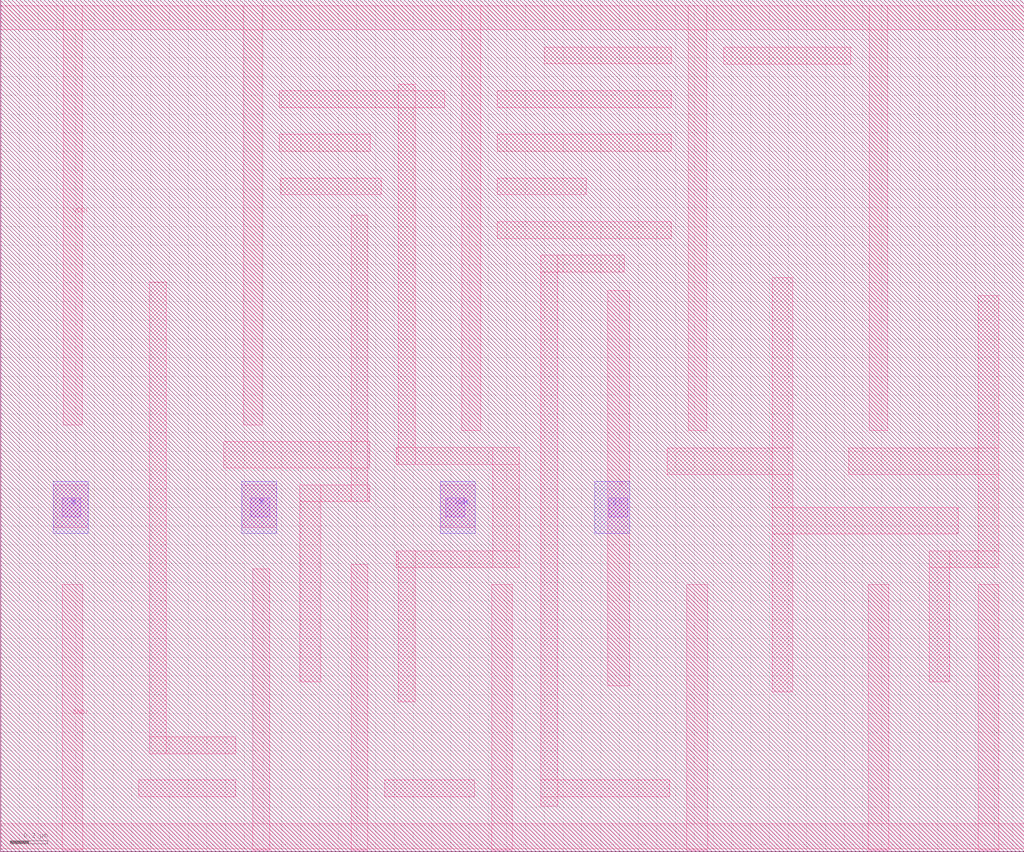
<source format=lef>
NAMESCASESENSITIVE ON ;
BUSBITCHARS "[]" ;

UNITS
  DATABASE MICRONS 1000 ;
END UNITS

MANUFACTURINGGRID 0.001 ;

DIVIDERCHAR "/" ;

LAYER M1
  TYPE ROUTING ;
  DIRECTION HORIZONTAL ;
  PITCH 0.26 0.26 ;
  WIDTH 0.14 ;
  AREA 0.042 ;
  SPACING 0.09 ;
  SPACING 0.19 RANGE 1.76 4 ;
  SPACING 0.29 RANGE 4 8 ;
  SPACING 1.05 RANGE 8 25 ;
  SPACING 1.85 RANGE 25 100000 ;
END M1

LAYER V1
  TYPE CUT ;
END V1

LAYER M2
  TYPE ROUTING ;
  DIRECTION VERTICAL ;
  PITCH 0.26 0.26 ;
  WIDTH 0.14 ;
  AREA 0.052 ;
  SPACING 0.1 ;
  SPACING 0.19 RANGE 1.76 4 ;
  SPACING 0.29 RANGE 4 8 ;
  SPACING 1.05 RANGE 8 25 ;
  SPACING 1.85 RANGE 25 100000 ;
END M2

LAYER V2
  TYPE CUT ;
END V2

LAYER M3
  TYPE ROUTING ;
  DIRECTION HORIZONTAL ;
  PITCH 0.26 0.26 ;
  WIDTH 0.14 ;
  AREA 0.052 ;
  SPACING 0.1 ;
  SPACING 0.19 RANGE 1.76 4 ;
  SPACING 0.29 RANGE 4 8 ;
  SPACING 1.05 RANGE 8 25 ;
  SPACING 1.85 RANGE 25 100000 ;
END M3

LAYER V3
  TYPE CUT ;
END V3

LAYER M4
  TYPE ROUTING ;
  DIRECTION VERTICAL ;
  PITCH 0.26 0.26 ;
  WIDTH 0.14 ;
  AREA 0.052 ;
  SPACING 0.1 ;
  SPACING 0.19 RANGE 1.76 4 ;
  SPACING 0.29 RANGE 4 8 ;
  SPACING 1.05 RANGE 8 25 ;
  SPACING 1.85 RANGE 25 100000 ;
END M4

LAYER V4
  TYPE CUT ;
END V4

LAYER M5
  TYPE ROUTING ;
  DIRECTION HORIZONTAL ;
  PITCH 0.26 0.26 ;
  WIDTH 0.14 ;
  AREA 0.052 ;
  SPACING 0.1 ;
  SPACING 0.19 RANGE 1.76 4 ;
  SPACING 0.29 RANGE 4 8 ;
  SPACING 1.05 RANGE 8 25 ;
  SPACING 1.85 RANGE 25 100000 ;
END M5

LAYER V5
  TYPE CUT ;
END V5

LAYER M6
  TYPE ROUTING ;
  DIRECTION VERTICAL ;
  PITCH 0.26 0.26 ;
  WIDTH 0.14 ;
  AREA 0.052 ;
  SPACING 0.1 ;
  SPACING 0.19 RANGE 1.76 4 ;
  SPACING 0.29 RANGE 4 8 ;
  SPACING 1.05 RANGE 8 25 ;
  SPACING 1.85 RANGE 25 100000 ;
  END M6

LAYER OVERLAP
  TYPE OVERLAP ;
END OVERLAP

SPACING
  SAMENET M1  M1    0.09 STACK ;
  SAMENET M2  M2    0.1 STACK ;
  SAMENET M3  M3    0.1 STACK ;
  SAMENET M4  M4    0.1 STACK ;
  SAMENET M5  M5    0.1 STACK ;
  SAMENET M6  M6    0.1 STACK ;
  SAMENET V1  V1    0.1 ;
  SAMENET V2  V2    0.1 ;
  SAMENET V3  V3    0.1 ;
  SAMENET V4  V4    0.1 ;
  SAMENET V5  V5    0.1 ;
  SAMENET V1  V2    0.00 STACK ;
  SAMENET V2  V3    0.00 STACK ;
  SAMENET V3  V4    0.00 STACK ;
  SAMENET V4  V5    0.00 STACK ;
  SAMENET V1  V3    0.00 STACK ;
  SAMENET V2  V4    0.00 STACK ;
  SAMENET V3  V5    0.00 STACK ;
  SAMENET V1  V4    0.00 STACK ;
  SAMENET V2  V5    0.00 STACK ;
  SAMENET V1  V5    0.00 STACK ;
END SPACING


VIA via5 DEFAULT
  LAYER M5 ;
    RECT -0.07 -0.07 0.07 0.07 ;
  LAYER V5 ;
    RECT -0.05 -0.05 0.05 0.05 ;
  LAYER M6 ;
    RECT -0.07 -0.07 0.07 0.07 ;
END via5

VIA via4 DEFAULT
  LAYER M4 ;
    RECT -0.07 -0.07 0.07 0.07 ;
  LAYER V4 ;
    RECT -0.05 -0.05 0.05 0.05 ;
  LAYER M5 ;
    RECT -0.07 -0.07 0.07 0.07 ;
END via4

VIA via3 DEFAULT
  LAYER M4 ;
    RECT -0.07 -0.07 0.07 0.07 ;
  LAYER V3 ;
    RECT -0.05 -0.05 0.05 0.05 ;
  LAYER M3 ;
    RECT -0.07 -0.07 0.07 0.07 ;
END via3

VIA via2 DEFAULT
  LAYER M3 ;
    RECT -0.07 -0.07 0.07 0.07 ;
  LAYER V2 ;
    RECT -0.05 -0.05 0.05 0.05 ;
  LAYER M2 ;
    RECT -0.07 -0.07 0.07 0.07 ;
END via2

VIA via1 DEFAULT
  LAYER M2 ;
    RECT -0.07 -0.07 0.07 0.07 ;
  LAYER V1 ;
    RECT -0.05 -0.05 0.05 0.05 ;
  LAYER M1 ;
    RECT -0.07 -0.07 0.07 0.07 ;
END via1


VIARULE via1Array GENERATE
  LAYER M1 ;
  DIRECTION HORIZONTAL ;
  OVERHANG 0.045 ;
    METALOVERHANG 0 ;
  LAYER M2 ;
  DIRECTION VERTICAL ;
    OVERHANG 0.045 ;
    METALOVERHANG 0 ;
  LAYER V1 ;
    RECT -0.05 -0.05 0.05 0.05 ;
    SPACING 0.2 BY 0.2 ;
END via1Array


VIARULE via2Array GENERATE
  LAYER M3 ;
    DIRECTION HORIZONTAL ;
    OVERHANG 0.03 ;
    METALOVERHANG 0 ;
  LAYER M2 ;
  DIRECTION VERTICAL ;
    OVERHANG 0.03 ;
    METALOVERHANG 0 ;
  LAYER V2 ;
    RECT -0.05 -0.05 0.05 0.05 ;
    SPACING 0.2 BY 0.2 ;
END via2Array


VIARULE via3Array GENERATE
  LAYER M3 ;
    DIRECTION HORIZONTAL ;
    OVERHANG 0.03 ;
    METALOVERHANG 0 ;
  LAYER M4 ;
    DIRECTION VERTICAL ;
    OVERHANG 0.03 ;
    METALOVERHANG 0 ;
  LAYER V3 ;
    RECT -0.05 -0.05 0.05 0.05 ;
    SPACING 0.2 BY 0.2 ;
END via3Array

VIARULE via4Array GENERATE
  LAYER M5 ;
    DIRECTION HORIZONTAL ;
    OVERHANG 0.03 ;
    METALOVERHANG 0 ;
  LAYER M4 ;
    DIRECTION VERTICAL ;
    OVERHANG 0.03 ;
    METALOVERHANG 0 ;
  LAYER V4 ;
    RECT -0.05 -0.05 0.05 0.05 ;
    SPACING 0.2 BY 0.2 ;
END via4Array

VIARULE via5Array GENERATE
  LAYER M5 ;
    DIRECTION HORIZONTAL ;
    OVERHANG 0.03 ;
    METALOVERHANG 0 ;
  LAYER M6 ;
    DIRECTION VERTICAL ;
    OVERHANG 0.045 ;
    METALOVERHANG 0 ;
  LAYER V5 ;
    RECT -0.05 -0.05 0.05 0.05 ;
    SPACING 0.2 BY 0.2 ;
END via5Array

VIARULE TURNM1 GENERATE
  LAYER M1 ;
    DIRECTION HORIZONTAL ;
  LAYER M1 ;
    DIRECTION VERTICAL ;
END TURNM1

VIARULE TURNM2 GENERATE
  LAYER M2 ;
    DIRECTION HORIZONTAL ;
  LAYER M2 ;
    DIRECTION VERTICAL ;
END TURNM2

VIARULE TURNM3 GENERATE
  LAYER M3 ;
    DIRECTION HORIZONTAL ;
  LAYER M3 ;
    DIRECTION VERTICAL ;
END TURNM3

VIARULE TURNM4 GENERATE
  LAYER M4 ;
    DIRECTION HORIZONTAL ;
  LAYER M4 ;
    DIRECTION VERTICAL ;
END TURNM4

VIARULE TURNM5 GENERATE
  LAYER M5 ;
    DIRECTION HORIZONTAL ;
  LAYER M5 ;
    DIRECTION VERTICAL ;
END TURNM5

VIARULE TURNM6 GENERATE
  LAYER M6 ;
    DIRECTION HORIZONTAL ;
  LAYER M6 ;
    DIRECTION VERTICAL ;
END TURNM6


SITE  CoreSite
    CLASS       CORE ;
    SYMMETRY    Y ;
    SYMMETRY    X ;
    SIZE        0.260 BY 4.5 ;
END  CoreSite

SITE  TDCoverSite
    CLASS       CORE ;
    SIZE        0.0500 BY 0.0500 ;
END  TDCoverSite

SITE  SBlockSite
    CLASS       CORE ;
    SIZE        0.0500 BY 0.0500 ;
END  SBlockSite

SITE  PortCellSite
    CLASS       PAD ;
    SIZE        0.0500 BY 0.0500 ;
END  PortCellSite

SITE  Core
    CLASS       CORE ;
    SYMMETRY    Y ;
    SYMMETRY    X ;
    SIZE        0.260 BY 4.5 ;
END  Core


MACRO AOI21
  CLASS CORE ;
  ORIGIN 0 1.837 ;
  FOREIGN AOI21 0 -1.837 ;
  SIZE 2.08 BY 4.548 ;
  SYMMETRY X Y ;
  SITE CoreSite ;
  PIN A
    DIRECTION INPUT ;
    USE SIGNAL ;
    PORT
      LAYER M1 ;
        RECT 0.85 -0.235 0.997 0.13 ;
      LAYER M2 ;
        RECT 0.841 -0.338 0.997 0.267 ;
      LAYER V1 ;
        RECT 0.88 -0.05 0.98 0.05 ;
    END
  END A
  PIN B
    DIRECTION INPUT ;
    USE SIGNAL ;
    PORT
      LAYER M1 ;
        RECT 0.338 -0.235 0.485 0.13 ;
      LAYER M2 ;
        RECT 0.329 -0.338 0.485 0.267 ;
      LAYER V1 ;
        RECT 0.368 -0.05 0.468 0.05 ;
    END
  END B
  PIN C
    DIRECTION INPUT ;
    USE SIGNAL ;
    PORT
      LAYER M1 ;
        RECT 1.362 -0.235 1.509 0.13 ;
      LAYER M2 ;
        RECT 1.353 -0.338 1.509 0.267 ;
      LAYER V1 ;
        RECT 1.392 -0.05 1.492 0.05 ;
    END
  END C
  PIN OUT
    DIRECTION OUTPUT ;
    USE SIGNAL ;
    PORT
      LAYER M1 ;
        RECT 1.665 -0.503 1.817 1.76 ;
        RECT 1.207 -0.503 1.817 -0.379 ;
        RECT 1.207 -1.43 1.359 -0.379 ;
      LAYER M2 ;
        RECT 1.664 -0.338 1.82 0.267 ;
      LAYER V1 ;
        RECT 1.675 -0.05 1.775 0.05 ;
    END
  END OUT
  PIN GND!
    DIRECTION INOUT ;
    USE GROUND ;
    SHAPE ABUTMENT ;
    PORT
      LAYER M1 ;
        RECT 0 -1.823 2.08 -1.688 ;
        RECT 1.651 -1.823 1.808 -0.723 ;
        RECT 0.34 -1.823 0.497 -0.723 ;
    END
  END GND!
  PIN VDD!
    DIRECTION INOUT ;
    USE POWER ;
    SHAPE ABUTMENT ;
    PORT
      LAYER M1 ;
        RECT 0 2.549 2.08 2.677 ;
        RECT 0.738 1.04 0.883 2.677 ;
    END
  END VDD!
  OBS
    LAYER M1 ;
      RECT 1.232 0.795 1.4 1.76 ;
      RECT 0.343 0.795 0.485 1.76 ;
      RECT 0.343 0.795 1.4 0.942 ;
  END
  
END AOI21

MACRO AOI22
  CLASS CORE ;
  ORIGIN 0 1.837 ;
  FOREIGN AOI22 0 -1.837 ;
  SIZE 2.6 BY 4.548 ;
  SYMMETRY X Y ;
  SITE CoreSite ;
  PIN A
    DIRECTION INPUT ;
    USE SIGNAL ;
    PORT
      LAYER M1 ;
        RECT 0.85 -0.235 0.997 0.13 ;
      LAYER M2 ;
        RECT 0.841 -0.338 0.997 0.267 ;
      LAYER V1 ;
        RECT 0.88 -0.05 0.98 0.05 ;
    END
  END A
  PIN B
    DIRECTION INPUT ;
    USE SIGNAL ;
    PORT
      LAYER M1 ;
        RECT 0.338 -0.235 0.485 0.13 ;
      LAYER M2 ;
        RECT 0.329 -0.338 0.485 0.267 ;
      LAYER V1 ;
        RECT 0.368 -0.05 0.468 0.05 ;
    END
  END B
  PIN C
    DIRECTION INPUT ;
    USE SIGNAL ;
    PORT
      LAYER M1 ;
        RECT 1.362 -0.235 1.509 0.13 ;
      LAYER M2 ;
        RECT 1.353 -0.338 1.509 0.267 ;
      LAYER V1 ;
        RECT 1.392 -0.05 1.492 0.05 ;
    END
  END C
  PIN D
    DIRECTION INPUT ;
    USE SIGNAL ;
    PORT
      LAYER M1 ;
        RECT 2.157 -0.235 2.304 0.13 ;
      LAYER M2 ;
        RECT 2.157 -0.338 2.313 0.267 ;
      LAYER V1 ;
        RECT 2.174 -0.05 2.274 0.05 ;
    END
  END D
  PIN OUT
    DIRECTION OUTPUT ;
    USE SIGNAL ;
    PORT
      LAYER M1 ;
        RECT 1.635 -0.56 1.787 1.295 ;
        RECT 1.242 -0.56 1.787 -0.381 ;
        RECT 1.242 -1.379 1.394 -0.381 ;
      LAYER M2 ;
        RECT 1.63 -0.338 1.786 0.267 ;
      LAYER V1 ;
        RECT 1.641 -0.05 1.741 0.05 ;
    END
  END OUT
  PIN GND!
    DIRECTION INOUT ;
    USE GROUND ;
    SHAPE ABUTMENT ;
    PORT
      LAYER M1 ;
        RECT 0 -1.823 2.6 -1.688 ;
        RECT 2.168 -1.823 2.31 -0.723 ;
        RECT 0.343 -1.823 0.485 -0.723 ;
    END
  END GND!
  PIN VDD!
    DIRECTION INOUT ;
    USE POWER ;
    SHAPE ABUTMENT ;
    PORT
      LAYER M1 ;
        RECT 0 2.549 2.6 2.677 ;
        RECT 0.822 0.575 0.979 2.677 ;
    END
  END VDD!
  OBS
    LAYER M1 ;
      RECT 1.257 2.037 2.338 2.217 ;
      RECT 2.186 0.575 2.338 2.217 ;
      RECT 1.257 0.303 1.414 2.217 ;
      RECT 0.336 0.303 0.488 1.295 ;
      RECT 0.336 0.303 1.414 0.482 ;
  END
  
END AOI22

MACRO DFF
  CLASS CORE ;
  ORIGIN 0 1.837 ;
  FOREIGN DFF 0 -1.837 ;
  SIZE 5.46 BY 4.548 ;
  SYMMETRY X Y ;
  SITE CoreSite ;
  PIN CLK
    DIRECTION INPUT ;
    USE SIGNAL ;
    PORT
      LAYER M1 ;
        RECT 2.346 -0.107 2.532 0.121 ;
      LAYER M2 ;
        RECT 2.346 -0.14 2.532 0.14 ;
      LAYER V1 ;
        RECT 2.375 -0.05 2.475 0.05 ;
    END
  END CLK
  PIN D
    DIRECTION INPUT ;
    USE SIGNAL ;
    PORT
      LAYER M1 ;
        RECT 0.281 -0.107 0.467 0.121 ;
      LAYER M2 ;
        RECT 0.281 -0.14 0.467 0.14 ;
      LAYER V1 ;
        RECT 0.328 -0.05 0.428 0.05 ;
    END
  END D
  PIN Q
    DIRECTION OUTPUT ;
    USE SIGNAL ;
    PORT
      LAYER M1 ;
        RECT 3.238 -0.952 3.355 1.157 ;
      LAYER M2 ;
        RECT 3.169 -0.14 3.355 0.14 ;
      LAYER V1 ;
        RECT 3.244 -0.05 3.344 0.05 ;
    END
  END Q
  PIN R
    DIRECTION INPUT ;
    USE SIGNAL ;
    PORT
      LAYER M1 ;
        RECT 1.287 -0.107 1.473 0.121 ;
      LAYER M2 ;
        RECT 1.287 -0.14 1.473 0.14 ;
      LAYER V1 ;
        RECT 1.334 -0.05 1.434 0.05 ;
    END
  END R
  PIN GND!
    DIRECTION INOUT ;
    USE GROUND ;
    SHAPE ABUTMENT ;
    PORT
      LAYER M1 ;
        RECT 0 -1.823 5.46 -1.688 ;
        RECT 5.214 -1.83 5.324 -0.411 ;
        RECT 4.628 -1.83 4.738 -0.411 ;
        RECT 3.661 -1.83 3.771 -0.411 ;
        RECT 2.62 -1.83 2.73 -0.411 ;
        RECT 1.869 -1.83 1.959 -0.305 ;
        RECT 1.344 -1.83 1.434 -0.328 ;
        RECT 0.328 -1.83 0.438 -0.411 ;
    END
  END GND!
  PIN VDD!
    DIRECTION INOUT ;
    USE POWER ;
    SHAPE ABUTMENT ;
    PORT
      LAYER M1 ;
        RECT 0 2.549 5.46 2.677 ;
        RECT 4.633 0.41 4.733 2.677 ;
        RECT 3.667 0.41 3.767 2.677 ;
        RECT 2.46 0.41 2.56 2.677 ;
        RECT 1.295 0.441 1.395 2.677 ;
        RECT 0.334 0.441 0.434 2.677 ;
    END
  END VDD!
  OBS
    LAYER M1 ;
      RECT 5.215 -0.321 5.325 1.13 ;
      RECT 4.524 0.177 5.325 0.317 ;
      RECT 4.953 -0.321 5.325 -0.231 ;
      RECT 4.953 -0.931 5.063 -0.231 ;
      RECT 4.116 -0.983 4.226 1.227 ;
      RECT 3.556 0.177 4.226 0.317 ;
      RECT 4.116 -0.141 5.108 -0.001 ;
      RECT 2.881 1.256 3.327 1.346 ;
      RECT 2.881 -1.594 2.972 1.346 ;
      RECT 2.881 -1.545 3.569 -1.455 ;
      RECT 2.12 0.23 2.21 2.26 ;
      RECT 1.485 2.135 2.37 2.225 ;
      RECT 2.11 0.23 2.765 0.32 ;
      RECT 2.625 -0.321 2.765 0.32 ;
      RECT 2.111 -0.321 2.765 -0.231 ;
      RECT 2.12 -1.037 2.21 -0.231 ;
      RECT 1.869 0.031 1.959 1.561 ;
      RECT 1.191 0.211 1.969 0.351 ;
      RECT 1.596 0.031 1.969 0.121 ;
      RECT 1.596 -0.931 1.706 0.121 ;
      RECT 0.792 -1.315 0.882 1.202 ;
      RECT 0.792 -1.315 1.254 -1.225 ;
      RECT 3.857 2.367 4.534 2.457 ;
      RECT 2.65 1.436 3.577 1.526 ;
      RECT 2.65 1.902 3.577 1.992 ;
      RECT 2.65 2.135 3.577 2.225 ;
      RECT 2.9 2.368 3.577 2.458 ;
      RECT 2.65 1.669 3.123 1.759 ;
      RECT 2.049 -1.545 2.53 -1.455 ;
      RECT 1.49 1.669 2.03 1.759 ;
      RECT 1.485 1.902 1.971 1.992 ;
      RECT 0.737 -1.545 1.254 -1.455 ;
  END
  
END DFF

MACRO INVERTER
  CLASS CORE ;
  ORIGIN 0 1.837 ;
  FOREIGN INVERTER 0 -1.837 ;
  SIZE 1.04 BY 4.548 ;
  SYMMETRY X Y ;
  SITE CoreSite ;
  PIN IN
    DIRECTION INPUT ;
    USE SIGNAL ;
    PORT
      LAYER M1 ;
        RECT 0.338 -0.235 0.485 0.13 ;
      LAYER M2 ;
        RECT 0.329 -0.338 0.485 0.267 ;
      LAYER V1 ;
        RECT 0.368 -0.05 0.468 0.05 ;
    END
  END IN
  PIN OUT
    DIRECTION OUTPUT ;
    USE SIGNAL ;
    PORT
      LAYER M1 ;
        RECT 0.638 -1.43 0.79 2.153 ;
      LAYER M2 ;
        RECT 0.638 -0.355 0.741 0.264 ;
      LAYER V1 ;
        RECT 0.641 -0.05 0.741 0.05 ;
    END
  END OUT
  PIN GND!
    DIRECTION INOUT ;
    USE GROUND ;
    SHAPE ABUTMENT ;
    PORT
      LAYER M1 ;
        RECT 0 -1.823 1.04 -1.688 ;
        RECT 0.308 -1.823 0.45 -0.73 ;
    END
  END GND!
  PIN VDD!
    DIRECTION INOUT ;
    USE POWER ;
    SHAPE ABUTMENT ;
    PORT
      LAYER M1 ;
        RECT 0.001 2.549 1.04 2.677 ;
        RECT 0.31 0.853 0.467 2.677 ;
    END
  END VDD!
  
END INVERTER

MACRO MUX21
  CLASS CORE ;
  ORIGIN 0 1.837 ;
  FOREIGN MUX21 0 -1.837 ;
  SIZE 3.12 BY 4.548 ;
  SYMMETRY X Y ;
  SITE CoreSite ;
  PIN A
    DIRECTION INPUT ;
    USE SIGNAL ;
    PORT
      LAYER M1 ;
        RECT 1.133 -0.235 1.28 0.13 ;
      LAYER M2 ;
        RECT 1.133 -0.338 1.289 0.267 ;
      LAYER V1 ;
        RECT 1.15 -0.05 1.25 0.05 ;
    END
  END A
  PIN B
    DIRECTION INPUT ;
    USE SIGNAL ;
    PORT
      LAYER M1 ;
        RECT 2.156 -0.235 2.303 0.13 ;
      LAYER M2 ;
        RECT 2.156 -0.338 2.312 0.267 ;
      LAYER V1 ;
        RECT 2.173 -0.05 2.273 0.05 ;
    END
  END B
  PIN OUT
    DIRECTION OUTPUT ;
    USE SIGNAL ;
    PORT
      LAYER M1 ;
        RECT 2.681 -0.97 2.833 1.202 ;
      LAYER M2 ;
        RECT 2.681 -0.338 2.837 0.267 ;
      LAYER V1 ;
        RECT 2.696 -0.05 2.796 0.05 ;
    END
  END OUT
  PIN S
    DIRECTION INPUT ;
    USE SIGNAL ;
    PORT
      LAYER M1 ;
        RECT 0.621 -0.235 0.768 0.13 ;
      LAYER M2 ;
        RECT 0.621 -0.338 0.777 0.267 ;
      LAYER V1 ;
        RECT 0.638 -0.05 0.738 0.05 ;
    END
  END S
  PIN GND!
    DIRECTION INOUT ;
    USE GROUND ;
    SHAPE ABUTMENT ;
    PORT
      LAYER M1 ;
        RECT 0 -1.823 3.12 -1.688 ;
        RECT 2.258 -1.823 2.4 -0.45 ;
        RECT 0.727 -1.823 0.869 -0.45 ;
    END
  END GND!
  PIN VDD!
    DIRECTION INOUT ;
    USE POWER ;
    SHAPE ABUTMENT ;
    PORT
      LAYER M1 ;
        RECT 0 2.549 3.12 2.677 ;
        RECT 2.244 0.406 2.401 2.677 ;
        RECT 0.822 0.406 0.979 2.677 ;
    END
  END VDD!
  OBS
    LAYER M1 ;
      RECT 1.665 -1.546 1.819 1.202 ;
      RECT 0.346 -1.472 0.486 2.011 ;
  END
  
END MUX21

MACRO NAND2
  CLASS CORE ;
  ORIGIN 0 1.837 ;
  FOREIGN NAND2 0 -1.837 ;
  SIZE 1.56 BY 4.548 ;
  SYMMETRY X Y ;
  SITE CoreSite ;
  PIN A
    DIRECTION INPUT ;
    USE SIGNAL ;
    PORT
      LAYER M1 ;
        RECT 0.789 -0.235 0.936 0.13 ;
      LAYER M2 ;
        RECT 0.78 -0.338 0.936 0.267 ;
      LAYER V1 ;
        RECT 0.819 -0.05 0.919 0.05 ;
    END
  END A
  PIN B
    DIRECTION INPUT ;
    USE SIGNAL ;
    PORT
      LAYER M1 ;
        RECT 0.338 -0.235 0.485 0.13 ;
      LAYER M2 ;
        RECT 0.329 -0.338 0.485 0.267 ;
      LAYER V1 ;
        RECT 0.368 -0.05 0.468 0.05 ;
    END
  END B
  PIN OUT
    DIRECTION OUTPUT ;
    USE SIGNAL ;
    PORT
      LAYER M1 ;
        RECT 1.074 -1.514 1.226 1.573 ;
        RECT 0.31 0.458 1.226 0.584 ;
        RECT 0.31 0.458 0.467 1.573 ;
      LAYER M2 ;
        RECT 1.074 -0.338 1.23 0.267 ;
      LAYER V1 ;
        RECT 1.102 -0.05 1.202 0.05 ;
    END
  END OUT
  PIN GND!
    DIRECTION INOUT ;
    USE GROUND ;
    SHAPE ABUTMENT ;
    PORT
      LAYER M1 ;
        RECT 0 -1.823 1.56 -1.688 ;
        RECT 0.308 -1.823 0.45 -0.694 ;
    END
  END GND!
  PIN VDD!
    DIRECTION INOUT ;
    USE POWER ;
    SHAPE ABUTMENT ;
    PORT
      LAYER M1 ;
        RECT 0 2.549 1.56 2.677 ;
        RECT 0.695 0.853 0.847 2.677 ;
    END
  END VDD!
  
END NAND2

MACRO NAND3
  CLASS CORE ;
  ORIGIN 0 1.837 ;
  FOREIGN NAND3 0 -1.837 ;
  SIZE 2.08 BY 4.548 ;
  SYMMETRY X Y ;
  SITE CoreSite ;
  PIN A
    DIRECTION INPUT ;
    USE SIGNAL ;
    PORT
      LAYER M1 ;
        RECT 1.362 -0.235 1.509 0.13 ;
      LAYER M2 ;
        RECT 1.353 -0.338 1.509 0.267 ;
      LAYER V1 ;
        RECT 1.392 -0.05 1.492 0.05 ;
    END
  END A
  PIN B
    DIRECTION INPUT ;
    USE SIGNAL ;
    PORT
      LAYER M1 ;
        RECT 0.85 -0.235 0.997 0.13 ;
      LAYER M2 ;
        RECT 0.841 -0.338 0.997 0.267 ;
      LAYER V1 ;
        RECT 0.88 -0.05 0.98 0.05 ;
    END
  END B
  PIN C
    DIRECTION INPUT ;
    USE SIGNAL ;
    PORT
      LAYER M1 ;
        RECT 0.338 -0.235 0.485 0.13 ;
      LAYER M2 ;
        RECT 0.329 -0.338 0.485 0.267 ;
      LAYER V1 ;
        RECT 0.368 -0.05 0.468 0.05 ;
    END
  END C
  PIN OUT
    DIRECTION OUTPUT ;
    USE SIGNAL ;
    PORT
      LAYER M1 ;
        RECT 1.665 -1.43 1.817 1.573 ;
        RECT 0.822 0.458 1.817 0.584 ;
        RECT 0.822 0.458 0.979 1.573 ;
      LAYER M2 ;
        RECT 1.664 -0.338 1.82 0.267 ;
      LAYER V1 ;
        RECT 1.675 -0.05 1.775 0.05 ;
    END
  END OUT
  PIN GND!
    DIRECTION INOUT ;
    USE GROUND ;
    SHAPE ABUTMENT ;
    PORT
      LAYER M1 ;
        RECT 0 -1.823 2.08 -1.688 ;
        RECT 0.343 -1.823 0.485 -0.91 ;
    END
  END GND!
  PIN VDD!
    DIRECTION INOUT ;
    USE POWER ;
    SHAPE ABUTMENT ;
    PORT
      LAYER M1 ;
        RECT 0 2.549 2.08 2.677 ;
        RECT 1.207 0.853 1.359 2.677 ;
        RECT 0.336 0.853 0.488 2.677 ;
    END
  END VDD!
  
END NAND3

MACRO NAND4
  CLASS CORE ;
  ORIGIN 0 1.837 ;
  FOREIGN NAND4 0 -1.837 ;
  SIZE 2.6 BY 4.548 ;
  SYMMETRY X Y ;
  SITE CoreSite ;
  PIN A
    DIRECTION INPUT ;
    USE SIGNAL ;
    PORT
      LAYER M1 ;
        RECT 1.874 -0.235 2.021 0.13 ;
      LAYER M2 ;
        RECT 1.865 -0.338 2.021 0.267 ;
      LAYER V1 ;
        RECT 1.904 -0.05 2.004 0.05 ;
    END
  END A
  PIN B
    DIRECTION INPUT ;
    USE SIGNAL ;
    PORT
      LAYER M1 ;
        RECT 1.362 -0.235 1.509 0.13 ;
      LAYER M2 ;
        RECT 1.353 -0.338 1.509 0.267 ;
      LAYER V1 ;
        RECT 1.392 -0.05 1.492 0.05 ;
    END
  END B
  PIN C
    DIRECTION INPUT ;
    USE SIGNAL ;
    PORT
      LAYER M1 ;
        RECT 0.85 -0.235 0.997 0.13 ;
      LAYER M2 ;
        RECT 0.841 -0.338 0.997 0.267 ;
      LAYER V1 ;
        RECT 0.88 -0.05 0.98 0.05 ;
    END
  END C
  PIN D
    DIRECTION INPUT ;
    USE SIGNAL ;
    PORT
      LAYER M1 ;
        RECT 0.338 -0.235 0.485 0.13 ;
      LAYER M2 ;
        RECT 0.329 -0.338 0.485 0.267 ;
      LAYER V1 ;
        RECT 0.368 -0.05 0.468 0.05 ;
    END
  END D
  PIN OUT
    DIRECTION OUTPUT ;
    USE SIGNAL ;
    PORT
      LAYER M1 ;
        RECT 0.822 0.483 2.329 0.662 ;
        RECT 2.177 -1.43 2.329 0.662 ;
        RECT 1.719 0.483 1.871 1.573 ;
        RECT 0.822 0.483 0.979 1.573 ;
      LAYER M2 ;
        RECT 2.176 -0.338 2.332 0.267 ;
      LAYER V1 ;
        RECT 2.187 -0.05 2.287 0.05 ;
    END
  END OUT
  PIN GND!
    DIRECTION INOUT ;
    USE GROUND ;
    SHAPE ABUTMENT ;
    PORT
      LAYER M1 ;
        RECT 0 -1.823 2.6 -1.688 ;
        RECT 0.343 -1.823 0.485 -0.91 ;
    END
  END GND!
  PIN VDD!
    DIRECTION INOUT ;
    USE POWER ;
    SHAPE ABUTMENT ;
    PORT
      LAYER M1 ;
        RECT 0 2.549 2.6 2.677 ;
        RECT 2.186 0.853 2.338 2.677 ;
        RECT 1.334 0.853 1.491 2.677 ;
        RECT 0.336 0.853 0.488 2.677 ;
    END
  END VDD!
  
END NAND4

MACRO NOR2
  CLASS CORE ;
  ORIGIN 0 1.837 ;
  FOREIGN NOR2 0 -1.837 ;
  SIZE 1.56 BY 4.548 ;
  SYMMETRY X Y ;
  SITE CoreSite ;
  PIN A
    DIRECTION INPUT ;
    USE SIGNAL ;
    PORT
      LAYER M1 ;
        RECT 0.338 -0.235 0.485 0.13 ;
      LAYER M2 ;
        RECT 0.329 -0.338 0.485 0.267 ;
      LAYER V1 ;
        RECT 0.368 -0.05 0.468 0.05 ;
    END
  END A
  PIN B
    DIRECTION INPUT ;
    USE SIGNAL ;
    PORT
      LAYER M1 ;
        RECT 0.789 -0.235 0.936 0.13 ;
      LAYER M2 ;
        RECT 0.78 -0.338 0.936 0.267 ;
      LAYER V1 ;
        RECT 0.819 -0.05 0.919 0.05 ;
    END
  END B
  PIN OUT
    DIRECTION OUTPUT ;
    USE SIGNAL ;
    PORT
      LAYER M1 ;
        RECT 1.074 -1.43 1.226 1.573 ;
        RECT 0.308 -0.577 1.226 -0.451 ;
        RECT 0.308 -1.43 0.45 -0.451 ;
      LAYER M2 ;
        RECT 1.074 -0.338 1.23 0.267 ;
      LAYER V1 ;
        RECT 1.102 -0.05 1.202 0.05 ;
    END
  END OUT
  PIN GND!
    DIRECTION INOUT ;
    USE GROUND ;
    SHAPE ABUTMENT ;
    PORT
      LAYER M1 ;
        RECT 0 -1.823 1.56 -1.688 ;
        RECT 0.695 -1.823 0.847 -0.91 ;
    END
  END GND!
  PIN VDD!
    DIRECTION INOUT ;
    USE POWER ;
    SHAPE ABUTMENT ;
    PORT
      LAYER M1 ;
        RECT 0 2.549 1.56 2.677 ;
        RECT 0.31 0.853 0.467 2.677 ;
    END
  END VDD!
  
END NOR2

MACRO NOR3
  CLASS CORE ;
  ORIGIN 0 1.837 ;
  FOREIGN NOR3 0 -1.837 ;
  SIZE 2.08 BY 4.548 ;
  SYMMETRY X Y ;
  SITE CoreSite ;
  PIN A
    DIRECTION INPUT ;
    USE SIGNAL ;
    PORT
      LAYER M1 ;
        RECT 0.338 -0.235 0.485 0.13 ;
      LAYER M2 ;
        RECT 0.329 -0.338 0.485 0.267 ;
      LAYER V1 ;
        RECT 0.368 -0.05 0.468 0.05 ;
    END
  END A
  PIN B
    DIRECTION INPUT ;
    USE SIGNAL ;
    PORT
      LAYER M1 ;
        RECT 0.85 -0.235 0.997 0.13 ;
      LAYER M2 ;
        RECT 0.841 -0.338 0.997 0.267 ;
      LAYER V1 ;
        RECT 0.88 -0.05 0.98 0.05 ;
    END
  END B
  PIN C
    DIRECTION INPUT ;
    USE SIGNAL ;
    PORT
      LAYER M1 ;
        RECT 1.362 -0.235 1.509 0.13 ;
      LAYER M2 ;
        RECT 1.353 -0.338 1.509 0.267 ;
      LAYER V1 ;
        RECT 1.392 -0.05 1.492 0.05 ;
    END
  END C
  PIN OUT
    DIRECTION OUTPUT ;
    USE SIGNAL ;
    PORT
      LAYER M1 ;
        RECT 1.665 -1.43 1.817 1.573 ;
        RECT 0.822 -0.505 1.817 -0.379 ;
        RECT 0.822 -1.427 0.979 -0.379 ;
      LAYER M2 ;
        RECT 1.664 -0.338 1.82 0.267 ;
      LAYER V1 ;
        RECT 1.675 -0.05 1.775 0.05 ;
    END
  END OUT
  PIN GND!
    DIRECTION INOUT ;
    USE GROUND ;
    SHAPE ABUTMENT ;
    PORT
      LAYER M1 ;
        RECT 0 -1.823 2.08 -1.688 ;
        RECT 1.207 -1.823 1.359 -0.91 ;
        RECT 0.343 -1.823 0.485 -0.91 ;
    END
  END GND!
  PIN VDD!
    DIRECTION INOUT ;
    USE POWER ;
    SHAPE ABUTMENT ;
    PORT
      LAYER M1 ;
        RECT 0 2.549 2.08 2.677 ;
        RECT 0.336 0.853 0.488 2.677 ;
    END
  END VDD!
  
END NOR3

MACRO OAI21
  CLASS CORE ;
  ORIGIN 0 1.837 ;
  FOREIGN OAI21 0 -1.837 ;
  SIZE 2.08 BY 4.548 ;
  SYMMETRY X Y ;
  SITE CoreSite ;
  PIN A
    DIRECTION INPUT ;
    USE SIGNAL ;
    PORT
      LAYER M1 ;
        RECT 0.338 -0.235 0.485 0.13 ;
      LAYER M2 ;
        RECT 0.329 -0.338 0.485 0.267 ;
      LAYER V1 ;
        RECT 0.368 -0.05 0.468 0.05 ;
    END
  END A
  PIN B
    DIRECTION INPUT ;
    USE SIGNAL ;
    PORT
      LAYER M1 ;
        RECT 0.85 -0.235 0.997 0.13 ;
      LAYER M2 ;
        RECT 0.841 -0.338 0.997 0.267 ;
      LAYER V1 ;
        RECT 0.88 -0.05 0.98 0.05 ;
    END
  END B
  PIN C
    DIRECTION INPUT ;
    USE SIGNAL ;
    PORT
      LAYER M1 ;
        RECT 1.362 -0.235 1.509 0.13 ;
      LAYER M2 ;
        RECT 1.353 -0.338 1.509 0.267 ;
      LAYER V1 ;
        RECT 1.392 -0.05 1.492 0.05 ;
    END
  END C
  PIN OUT
    DIRECTION OUTPUT ;
    USE SIGNAL ;
    PORT
      LAYER M1 ;
        RECT 1.232 0.508 1.817 0.634 ;
        RECT 1.665 -1.43 1.817 0.634 ;
        RECT 1.232 0.508 1.4 1.573 ;
      LAYER M2 ;
        RECT 1.664 -0.338 1.82 0.267 ;
      LAYER V1 ;
        RECT 1.675 -0.05 1.775 0.05 ;
    END
  END OUT
  PIN GND!
    DIRECTION INOUT ;
    USE GROUND ;
    SHAPE ABUTMENT ;
    PORT
      LAYER M1 ;
        RECT 0 -1.823 2.08 -1.688 ;
        RECT 0.822 -1.823 0.979 -0.91 ;
    END
  END GND!
  PIN VDD!
    DIRECTION INOUT ;
    USE POWER ;
    SHAPE ABUTMENT ;
    PORT
      LAYER M1 ;
        RECT 0 2.549 2.08 2.677 ;
        RECT 1.668 0.853 1.82 2.677 ;
        RECT 0.343 0.853 0.488 2.677 ;
    END
  END VDD!
  OBS
    LAYER M1 ;
      RECT 0.343 -0.505 1.359 -0.379 ;
      RECT 1.207 -1.43 1.359 -0.379 ;
      RECT 0.343 -1.43 0.485 -0.379 ;
  END
  
END OAI21

MACRO OAI22
  CLASS CORE ;
  ORIGIN 0 1.837 ;
  FOREIGN OAI22 0 -1.837 ;
  SIZE 2.6 BY 4.548 ;
  SYMMETRY X Y ;
  SITE CoreSite ;
  PIN A
    DIRECTION INPUT ;
    USE SIGNAL ;
    PORT
      LAYER M1 ;
        RECT 2.157 -0.235 2.304 0.13 ;
      LAYER M2 ;
        RECT 2.157 -0.338 2.313 0.267 ;
      LAYER V1 ;
        RECT 2.174 -0.05 2.274 0.05 ;
    END
  END A
  PIN B
    DIRECTION INPUT ;
    USE SIGNAL ;
    PORT
      LAYER M1 ;
        RECT 0.338 -0.235 0.485 0.13 ;
      LAYER M2 ;
        RECT 0.329 -0.338 0.485 0.267 ;
      LAYER V1 ;
        RECT 0.368 -0.05 0.468 0.05 ;
    END
  END B
  PIN C
    DIRECTION INPUT ;
    USE SIGNAL ;
    PORT
      LAYER M1 ;
        RECT 1.362 -0.235 1.509 0.13 ;
      LAYER M2 ;
        RECT 1.353 -0.338 1.509 0.267 ;
      LAYER V1 ;
        RECT 1.392 -0.05 1.492 0.05 ;
    END
  END C
  PIN D
    DIRECTION INPUT ;
    USE SIGNAL ;
    PORT
      LAYER M1 ;
        RECT 0.85 -0.235 0.997 0.13 ;
      LAYER M2 ;
        RECT 0.841 -0.338 0.997 0.267 ;
      LAYER V1 ;
        RECT 0.88 -0.05 0.98 0.05 ;
    END
  END D
  PIN OUT
    DIRECTION OUTPUT ;
    USE SIGNAL ;
    PORT
      LAYER M1 ;
        RECT 1.257 0.529 1.786 0.708 ;
        RECT 1.634 -1.243 1.786 0.708 ;
        RECT 1.257 0.529 1.414 1.567 ;
      LAYER M2 ;
        RECT 1.63 -0.338 1.786 0.267 ;
      LAYER V1 ;
        RECT 1.641 -0.05 1.741 0.05 ;
    END
  END OUT
  PIN GND!
    DIRECTION INOUT ;
    USE GROUND ;
    SHAPE ABUTMENT ;
    PORT
      LAYER M1 ;
        RECT 0 -1.823 2.6 -1.688 ;
        RECT 0.738 -1.823 0.88 -0.723 ;
    END
  END GND!
  PIN VDD!
    DIRECTION INOUT ;
    USE POWER ;
    SHAPE ABUTMENT ;
    PORT
      LAYER M1 ;
        RECT 0 2.549 2.6 2.677 ;
        RECT 2.186 0.847 2.338 2.677 ;
        RECT 0.336 0.524 0.488 2.677 ;
    END
  END VDD!
  OBS
    LAYER M1 ;
      RECT 0.342 -0.624 1.394 -0.478 ;
      RECT 1.242 -1.547 1.394 -0.478 ;
      RECT 0.344 -1.243 0.496 -0.478 ;
      RECT 2.168 -1.547 2.31 -0.723 ;
      RECT 1.242 -1.547 2.31 -1.401 ;
  END
  
END OAI22

MACRO TRI_INV
  CLASS CORE ;
  ORIGIN 0 1.837 ;
  FOREIGN TRI_INV 0 -1.837 ;
  SIZE 2.34 BY 4.548 ;
  SYMMETRY X Y ;
  SITE CoreSite ;
  PIN EN
    DIRECTION INPUT ;
    USE SIGNAL ;
    PORT
      LAYER M1 ;
        RECT 0.621 -0.235 0.768 0.13 ;
      LAYER M2 ;
        RECT 0.621 -0.338 0.777 0.267 ;
      LAYER V1 ;
        RECT 0.638 -0.05 0.738 0.05 ;
    END
  END EN
  PIN IN
    DIRECTION INPUT ;
    USE SIGNAL ;
    PORT
      LAYER M1 ;
        RECT 1.133 -0.235 1.28 0.13 ;
      LAYER M2 ;
        RECT 1.133 -0.338 1.289 0.267 ;
      LAYER V1 ;
        RECT 1.15 -0.05 1.25 0.05 ;
    END
  END IN
  PIN OUT
    DIRECTION OUTPUT ;
    USE SIGNAL ;
    PORT
      LAYER M1 ;
        RECT 1.665 -0.999 1.817 1.071 ;
      LAYER M2 ;
        RECT 1.664 -0.338 1.82 0.267 ;
      LAYER V1 ;
        RECT 1.675 -0.05 1.775 0.05 ;
    END
  END OUT
  PIN GND!
    DIRECTION INOUT ;
    USE GROUND ;
    SHAPE ABUTMENT ;
    PORT
      LAYER M1 ;
        RECT 0 -1.823 2.34 -1.688 ;
        RECT 0.727 -1.823 0.869 -0.479 ;
    END
  END GND!
  PIN VDD!
    DIRECTION INOUT ;
    USE POWER ;
    SHAPE ABUTMENT ;
    PORT
      LAYER M1 ;
        RECT 0 2.549 2.34 2.677 ;
        RECT 0.822 0.351 0.979 2.677 ;
    END
  END VDD!
  OBS
    LAYER M1 ;
      RECT 1.207 1.745 2.122 1.873 ;
      RECT 1.99 -1.494 2.122 1.873 ;
      RECT 1.207 0.351 1.359 1.873 ;
      RECT 1.207 -1.494 1.359 -0.479 ;
      RECT 1.207 -1.494 2.122 -1.369 ;
      RECT 0.242 -0.999 0.394 2.032 ;
  END
  
END TRI_INV

MACRO XOR2
  CLASS CORE ;
  ORIGIN 0 1.837 ;
  FOREIGN XOR2 0 -1.837 ;
  SIZE 3.12 BY 4.548 ;
  SYMMETRY X Y ;
  SITE CoreSite ;
  PIN A
    DIRECTION INPUT ;
    USE SIGNAL ;
    PORT
      LAYER M1 ;
        RECT 0.789 -0.235 0.936 0.13 ;
      LAYER M2 ;
        RECT 0.78 -0.338 0.936 0.267 ;
      LAYER V1 ;
        RECT 0.819 -0.05 0.919 0.05 ;
    END
  END A
  PIN B
    DIRECTION INPUT ;
    USE SIGNAL ;
    PORT
      LAYER M1 ;
        RECT 0.338 -0.235 0.485 0.13 ;
      LAYER M2 ;
        RECT 0.329 -0.338 0.485 0.267 ;
      LAYER V1 ;
        RECT 0.368 -0.05 0.468 0.05 ;
    END
  END B
  PIN OUT
    DIRECTION OUTPUT ;
    USE SIGNAL ;
    PORT
      LAYER M1 ;
        RECT 2.15 -0.512 2.318 1.308 ;
        RECT 1.741 -0.512 2.318 -0.388 ;
        RECT 1.741 -1.127 1.893 -0.388 ;
      LAYER M2 ;
        RECT 2.15 -0.338 2.318 0.267 ;
      LAYER V1 ;
        RECT 2.185 -0.05 2.285 0.05 ;
    END
  END OUT
  PIN GND!
    DIRECTION INOUT ;
    USE GROUND ;
    SHAPE ABUTMENT ;
    PORT
      LAYER M1 ;
        RECT 0 -1.823 3.12 -1.688 ;
        RECT 2.649 -1.823 2.806 -0.607 ;
        RECT 1.338 -1.823 1.495 -0.607 ;
        RECT 0.308 -1.823 0.45 -0.607 ;
    END
  END GND!
  PIN VDD!
    DIRECTION INOUT ;
    USE POWER ;
    SHAPE ABUTMENT ;
    PORT
      LAYER M1 ;
        RECT 0 2.549 3.12 2.677 ;
        RECT 1.219 0.588 1.361 2.677 ;
    END
  END VDD!
  OBS
    LAYER M1 ;
      RECT 1.736 1.954 2.815 2.101 ;
      RECT 2.663 0.588 2.815 2.101 ;
      RECT 1.736 0.588 1.881 2.101 ;
      RECT 0.31 0.363 0.467 1.308 ;
      RECT 0.31 0.363 1.483 0.489 ;
      RECT 1.336 -0.511 1.483 0.489 ;
      RECT 0.695 -0.511 1.483 -0.385 ;
      RECT 0.695 -1.303 0.847 -0.385 ;
  END
  
END XOR2

MACRO filler
  CLASS CORE ;
  ORIGIN 0 1.823 ;
  FOREIGN filler 0 -1.823 ;
  SIZE 0.26 BY 4.5 ;
  SYMMETRY X Y ;
  SITE CoreSite ;
  PIN GND!
    DIRECTION INOUT ;
    USE GROUND ;
    SHAPE ABUTMENT ;
    PORT
      LAYER M1 ;
        RECT 0 -1.823 0.26 -1.688 ;
    END
  END GND!
  PIN VDD!
    DIRECTION INOUT ;
    USE POWER ;
    SHAPE ABUTMENT ;
    PORT
      LAYER M1 ;
        RECT 0 2.549 0.26 2.677 ;
    END
  END VDD!
  
END filler

END LIBRARY

</source>
